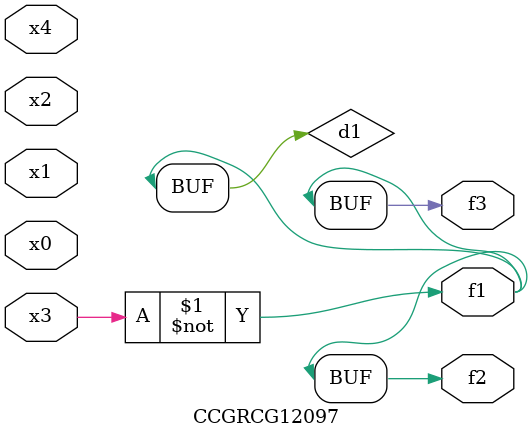
<source format=v>
module CCGRCG12097(
	input x0, x1, x2, x3, x4,
	output f1, f2, f3
);

	wire d1, d2;

	xnor (d1, x3);
	not (d2, x1);
	assign f1 = d1;
	assign f2 = d1;
	assign f3 = d1;
endmodule

</source>
